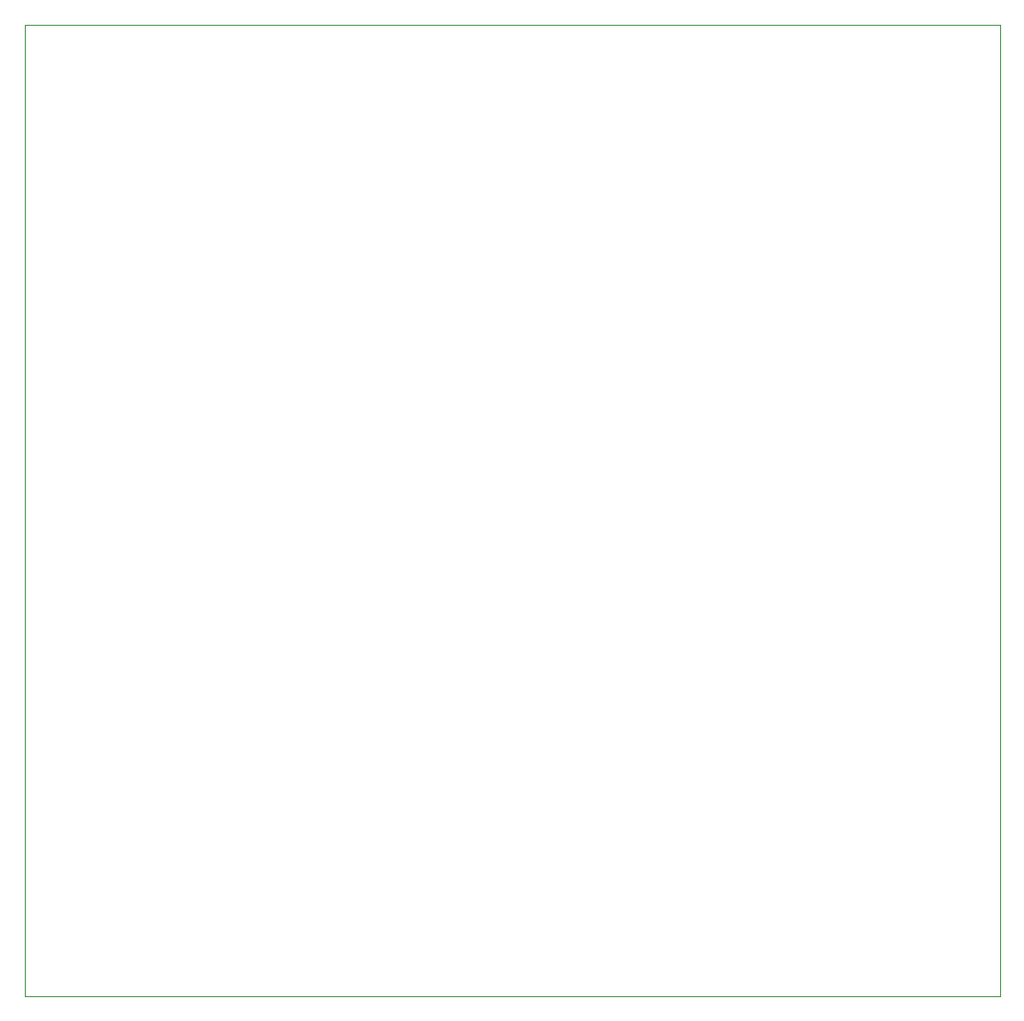
<source format=gbr>
%TF.GenerationSoftware,KiCad,Pcbnew,9.0.5*%
%TF.CreationDate,2025-11-19T10:45:20-07:00*%
%TF.ProjectId,UMaster,554d6173-7465-4722-9e6b-696361645f70,rev?*%
%TF.SameCoordinates,Original*%
%TF.FileFunction,Profile,NP*%
%FSLAX46Y46*%
G04 Gerber Fmt 4.6, Leading zero omitted, Abs format (unit mm)*
G04 Created by KiCad (PCBNEW 9.0.5) date 2025-11-19 10:45:20*
%MOMM*%
%LPD*%
G01*
G04 APERTURE LIST*
%TA.AperFunction,Profile*%
%ADD10C,0.050000*%
%TD*%
G04 APERTURE END LIST*
D10*
X104000000Y-69750000D02*
X190500000Y-69750000D01*
X190500000Y-156000000D01*
X104000000Y-156000000D01*
X104000000Y-69750000D01*
M02*

</source>
